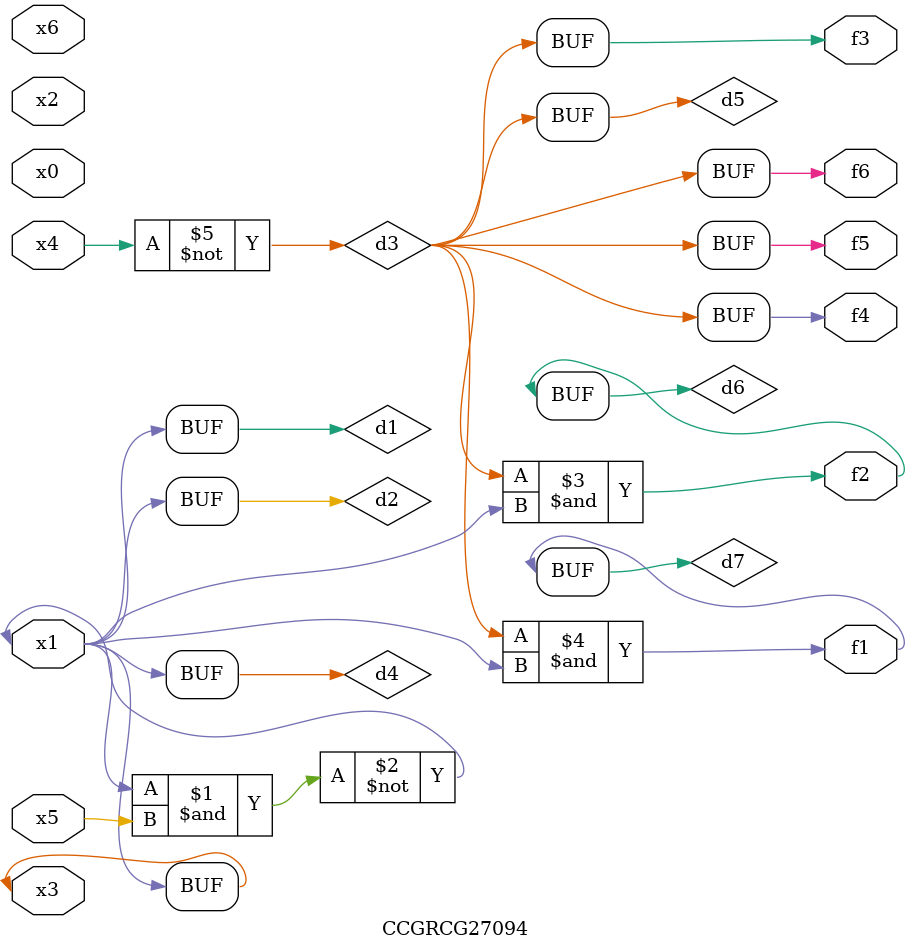
<source format=v>
module CCGRCG27094(
	input x0, x1, x2, x3, x4, x5, x6,
	output f1, f2, f3, f4, f5, f6
);

	wire d1, d2, d3, d4, d5, d6, d7;

	buf (d1, x1, x3);
	nand (d2, x1, x5);
	not (d3, x4);
	buf (d4, d1, d2);
	buf (d5, d3);
	and (d6, d3, d4);
	and (d7, d3, d4);
	assign f1 = d7;
	assign f2 = d6;
	assign f3 = d5;
	assign f4 = d5;
	assign f5 = d5;
	assign f6 = d5;
endmodule

</source>
